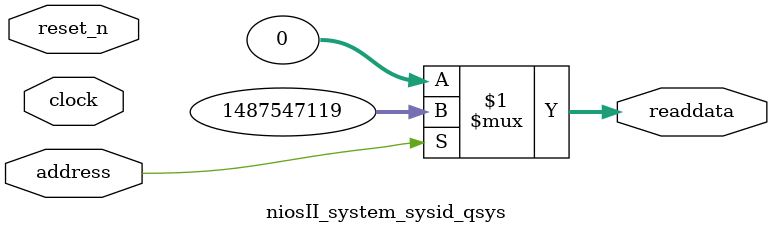
<source format=v>

`timescale 1ns / 1ps
// synthesis translate_on

// turn off superfluous verilog processor warnings 
// altera message_level Level1 
// altera message_off 10034 10035 10036 10037 10230 10240 10030 

module niosII_system_sysid_qsys (
               // inputs:
                address,
                clock,
                reset_n,

               // outputs:
                readdata
             )
;

  output  [ 31: 0] readdata;
  input            address;
  input            clock;
  input            reset_n;

  wire    [ 31: 0] readdata;
  //control_slave, which is an e_avalon_slave
  assign readdata = address ? 1487547119 : 0;

endmodule




</source>
